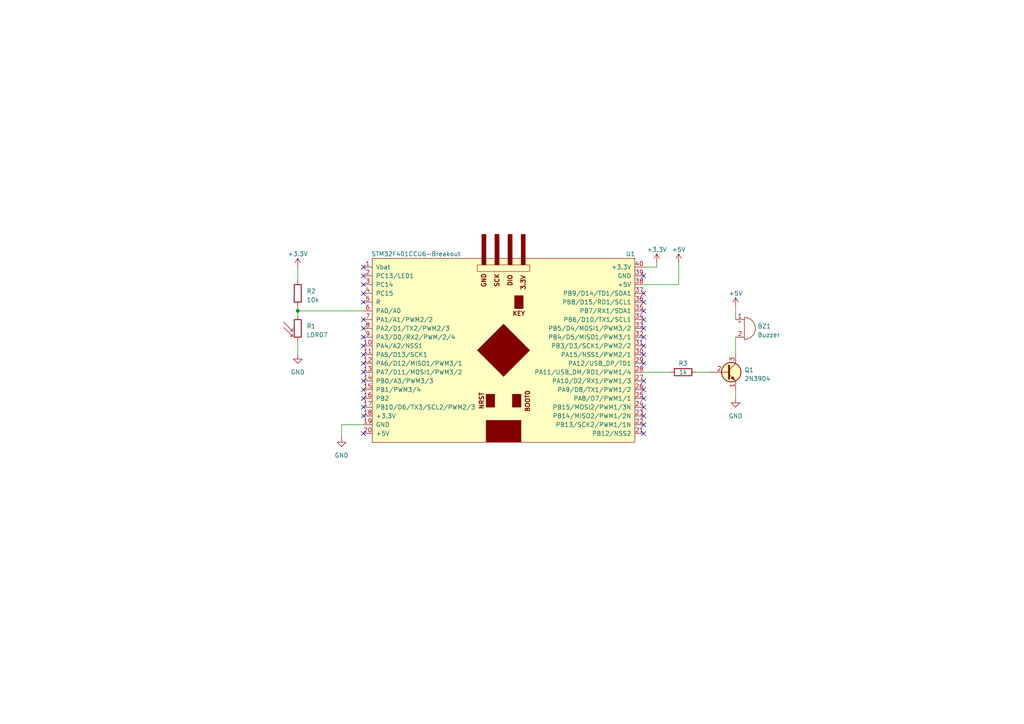
<source format=kicad_sch>
(kicad_sch (version 20230121) (generator eeschema)
  (paper "A4")
  (title_block (title "STM32 - ADC using LDR and Buzzer") (date "2023-02-24") (rev "v1.0") (company "Trion Embedded") (comment 1 "Designer: Bahtiyar Bayram"))
  (lib_symbols
    (symbol "Device:Buzzer" (pin_names (offset 0.0254) hide)
      (property "Reference" "BZ" (at 3.81 1.27 0))
      (property "Value" "Buzzer" (at 3.81 -1.27 0))
      (symbol "Buzzer_0_1"
        (arc (start 0 -3.175) (mid 3.1612 0) (end 0 3.175))
        (polyline (pts (xy -1.651 1.905) (xy -1.143 1.905)))
        (polyline (pts (xy -1.397 2.159) (xy -1.397 1.651)))
        (polyline (pts (xy 0 3.175) (xy 0 -3.175)))
      )
      (symbol "Buzzer_1_1"
        (pin passive line (at -2.54 2.54 0) (length 2.54) (name "-") (number "1"))
        (pin passive line (at -2.54 -2.54 0) (length 2.54) (name "+") (number "2"))
      )
    )
    (symbol "Device:R" (pin_numbers hide) (pin_names (offset 0))
      (property "Reference" "R" (at 2.032 0 90))
      (property "Value" "R" (at 0 0 90))
      (symbol "R_0_1"
        (rectangle (start -1.016 -2.54) (end 1.016 2.54) (stroke (width 0.254)))
      )
      (symbol "R_1_1"
        (pin passive line (at 0 3.81 270) (length 1.27) (name "~") (number "1"))
        (pin passive line (at 0 -3.81 90) (length 1.27) (name "~") (number "2"))
      )
    )
    (symbol "PCM_Transistor_BJT_AKL:2N3904" (pin_names hide)
      (property "Reference" "Q" (at 5.08 1.27 0))
      (property "Value" "2N3904" (at 5.08 -1.27 0))
      (symbol "2N3904_0_1"
        (polyline (pts (xy 0.635 0.635) (xy 2.54 2.54)))
        (polyline (pts (xy 0.635 -0.635) (xy 2.54 -2.54) (xy 2.54 -2.54)))
        (polyline (pts (xy 0.635 1.905) (xy 0.635 -1.905) (xy 0.635 -1.905)) (stroke (width 0.508)))
        (polyline (pts (xy 1.27 -1.778) (xy 1.778 -1.27) (xy 2.286 -2.286) (xy 1.27 -1.778) (xy 1.27 -1.778)) (fill (type outline)))
        (circle (center 1.27 0) (radius 2.8194) (stroke (width 0.254)) (fill (type background)))
      )
      (symbol "2N3904_1_1"
        (pin passive line (at 2.54 -5.08 90) (length 2.54) (name "E") (number "1"))
        (pin passive line (at -5.08 0 0) (length 5.715) (name "B") (number "2"))
        (pin passive line (at 2.54 5.08 270) (length 2.54) (name "C") (number "3"))
      )
    )
    (symbol "Sensor_Optical:LDR07" (pin_numbers hide) (pin_names (offset 0))
      (property "Reference" "R" (at -5.08 0 90))
      (property "Value" "LDR07" (at 1.905 0 90))
      (symbol "LDR07_0_1"
        (rectangle (start -1.016 2.54) (end 1.016 -2.54) (stroke (width 0.254)))
        (polyline (pts (xy -1.524 -2.286) (xy -4.064 0.254)))
        (polyline (pts (xy -1.524 -2.286) (xy -2.286 -2.286)))
        (polyline (pts (xy -1.524 -2.286) (xy -1.524 -1.524)))
        (polyline (pts (xy -1.524 -0.762) (xy -4.064 1.778)))
        (polyline (pts (xy -1.524 -0.762) (xy -2.286 -0.762)))
        (polyline (pts (xy -1.524 -0.762) (xy -1.524 0)))
      )
      (symbol "LDR07_1_1"
        (pin passive line (at 0 3.81 270) (length 1.27) (name "~") (number "1"))
        (pin passive line (at 0 -3.81 90) (length 1.27) (name "~") (number "2"))
      )
    )
    (symbol "Trion_Dev_Board:STM32F401CCU6-Breakout" (pin_names (offset 1.016))
      (property "Reference" "U" (at 36.195 27.94 0))
      (property "Value" "STM32F401CCU6-Breakout" (at -25.4 27.94 0))
      (symbol "STM32F401CCU6-Breakout_0_0"
        (rectangle (start -6.35 24.765) (end -5.08 33.655) (stroke (width 0.0254)) (fill (type outline)))
        (rectangle (start -2.54 24.765) (end -1.27 33.655) (stroke (width 0.0254)) (fill (type outline)))
        (polyline (pts (xy -7.62 24.765) (xy 7.62 24.765) (xy 7.62 22.86) (xy -7.62 22.86) (xy -7.62 24.765)) (stroke (width 0.127)) (fill (type background)))
        (rectangle (start 1.27 24.765) (end 2.54 33.655) (stroke (width 0.0254)) (fill (type outline)))
        (rectangle (start 5.08 24.765) (end 6.35 33.655) (stroke (width 0.0254)) (fill (type outline)))
        (text "3.3V" (at 5.715 19.685 900) (effects (font (size 1.27 1.27) bold)))
        (text "BOOT0" (at 6.985 -14.732 900) (effects (font (size 1.27 1.27) bold)))
        (text "DIO" (at 1.905 20.32 900) (effects (font (size 1.27 1.27) bold)))
        (text "GND" (at -5.715 20.32 900) (effects (font (size 1.27 1.27) bold)))
        (text "NRST" (at -6.35 -14.605 900) (effects (font (size 1.27 1.27) bold)))
        (text "SCK" (at -1.905 20.32 900) (effects (font (size 1.27 1.27) bold)))
      )
      (symbol "STM32F401CCU6-Breakout_0_1"
        (rectangle (start -38.1 26.67) (end 38.1 -26.67) (fill (type background)))
        (rectangle (start -5.08 -12.7) (end -2.54 -16.51) (stroke (width 0.0254)) (fill (type outline)))
        (polyline (pts (xy -7.62 0) (xy 0 7.62) (xy 7.62 0) (xy 0 -7.62) (xy -7.62 0)) (stroke (width 0.1016)) (fill (type outline)))
        (polyline (pts (xy -5.08 -26.67) (xy -5.08 -20.32) (xy 5.08 -20.32) (xy 5.08 -24.13) (xy 5.08 -26.67)) (stroke (width 0.0254)) (fill (type outline)))
        (rectangle (start 2.54 -12.7) (end 5.08 -16.51) (stroke (width 0.0254)) (fill (type outline)))
      )
      (symbol "STM32F401CCU6-Breakout_1_1"
        (rectangle (start 3.175 15.875) (end 5.715 12.065) (stroke (width 0.0254)) (fill (type outline)))
        (text "KEY" (at 4.445 10.668 0) (effects (font (size 1.27 1.27) bold)))
        (pin power_in line (at -40.64 24.13 0) (length 2.54) (name "Vbat") (number "1"))
        (pin bidirectional line (at -40.64 1.27 0) (length 2.54) (name "PA4/A2/NSS1") (number "10"))
        (pin bidirectional line (at -40.64 -1.27 0) (length 2.54) (name "PA5/D13/SCK1") (number "11"))
        (pin bidirectional line (at -40.64 -3.81 0) (length 2.54) (name "PA6/D12/MISO1/PWM3/1") (number "12"))
        (pin bidirectional line (at -40.64 -6.35 0) (length 2.54) (name "PA7/D11/MOSI1/PWM3/2") (number "13"))
        (pin bidirectional line (at -40.64 -8.89 0) (length 2.54) (name "PB0/A3/PWM3/3") (number "14"))
        (pin bidirectional line (at -40.64 -11.43 0) (length 2.54) (name "PB1/PWM3/4") (number "15"))
        (pin bidirectional line (at -40.64 -13.97 0) (length 2.54) (name "PB2") (number "16"))
        (pin bidirectional line (at -40.64 -16.51 0) (length 2.54) (name "PB10/D6/TX3/SCL2/PWM2/3") (number "17"))
        (pin power_in line (at -40.64 -19.05 0) (length 2.54) (name "+3.3V") (number "18"))
        (pin power_in line (at -40.64 -21.59 0) (length 2.54) (name "GND") (number "19"))
        (pin bidirectional line (at -40.64 21.59 0) (length 2.54) (name "PC13/LED1") (number "2"))
        (pin power_in line (at -40.64 -24.13 0) (length 2.54) (name "+5V") (number "20"))
        (pin bidirectional line (at 40.64 -24.13 180) (length 2.54) (name "PB12/NSS2") (number "21"))
        (pin bidirectional line (at 40.64 -21.59 180) (length 2.54) (name "PB13/SCK2/PWM1/1N") (number "22"))
        (pin bidirectional line (at 40.64 -19.05 180) (length 2.54) (name "PB14/MISO2/PWM1/2N") (number "23"))
        (pin bidirectional line (at 40.64 -16.51 180) (length 2.54) (name "PB15/MOSI2/PWM1/3N") (number "24"))
        (pin bidirectional line (at 40.64 -13.97 180) (length 2.54) (name "PA8/D7/PWM1/1") (number "25"))
        (pin bidirectional line (at 40.64 -11.43 180) (length 2.54) (name "PA9/D8/TX1/PWM1/2") (number "26"))
        (pin bidirectional line (at 40.64 -8.89 180) (length 2.54) (name "PA10/D2/RX1/PWM1/3") (number "27"))
        (pin bidirectional line (at 40.64 -6.35 180) (length 2.54) (name "PA11/USB_DM/RD1/PWM1/4") (number "28"))
        (pin bidirectional line (at 40.64 -3.81 180) (length 2.54) (name "PA12/USB_DP/TD1") (number "29"))
        (pin bidirectional line (at -40.64 19.05 0) (length 2.54) (name "PC14") (number "3"))
        (pin bidirectional line (at 40.64 -1.27 180) (length 2.54) (name "PA15/NSS1/PWM2/1") (number "30"))
        (pin bidirectional line (at 40.64 1.27 180) (length 2.54) (name "PB3/D3/SCK1/PWM2/2") (number "31"))
        (pin bidirectional line (at 40.64 3.81 180) (length 2.54) (name "PB4/D5/MISO1/PWM3/1") (number "32"))
        (pin bidirectional line (at 40.64 6.35 180) (length 2.54) (name "PB5/D4/MOSI1/PWM3/2") (number "33"))
        (pin bidirectional line (at 40.64 8.89 180) (length 2.54) (name "PB6/D10/TX1/SCL1") (number "34"))
        (pin bidirectional line (at 40.64 11.43 180) (length 2.54) (name "PB7/RX1/SDA1") (number "35"))
        (pin bidirectional line (at 40.64 13.97 180) (length 2.54) (name "PB8/D15/RD1/SCL1") (number "36"))
        (pin bidirectional line (at 40.64 16.51 180) (length 2.54) (name "PB9/D14/TD1/SDA1") (number "37"))
        (pin power_in line (at 40.64 19.05 180) (length 2.54) (name "+5V") (number "38"))
        (pin power_in line (at 40.64 21.59 180) (length 2.54) (name "GND") (number "39"))
        (pin bidirectional line (at -40.64 16.51 0) (length 2.54) (name "PC15") (number "4"))
        (pin power_in line (at 40.64 24.13 180) (length 2.54) (name "+3.3V") (number "40"))
        (pin input line (at -40.64 13.97 0) (length 2.54) (name "R") (number "5"))
        (pin bidirectional line (at -40.64 11.43 0) (length 2.54) (name "PA0/A0") (number "6"))
        (pin bidirectional line (at -40.64 8.89 0) (length 2.54) (name "PA1/A1/PWM2/2") (number "7"))
        (pin bidirectional line (at -40.64 6.35 0) (length 2.54) (name "PA2/D1/TX2/PWM2/3") (number "8"))
        (pin bidirectional line (at -40.64 3.81 0) (length 2.54) (name "PA3/D0/RX2/PWM/2/4") (number "9"))
      )
    )
    (symbol "power:+3.3V" (power) (pin_names (offset 0))
      (property "Value" "+3.3V" (at 0 3.556 0))
      (symbol "+3.3V_0_1"
        (polyline (pts (xy -0.762 1.27) (xy 0 2.54)))
        (polyline (pts (xy 0 0) (xy 0 2.54)))
        (polyline (pts (xy 0 2.54) (xy 0.762 1.27)))
      )
      (symbol "+3.3V_1_1"
        (pin power_in line (at 0 0 90) (length 0) hide (name "+3.3V") (number "1"))
      )
    )
    (symbol "power:+5V" (power) (pin_names (offset 0))
      (property "Value" "+5V" (at 0 3.556 0))
      (symbol "+5V_0_1"
        (polyline (pts (xy -0.762 1.27) (xy 0 2.54)))
        (polyline (pts (xy 0 0) (xy 0 2.54)))
        (polyline (pts (xy 0 2.54) (xy 0.762 1.27)))
      )
      (symbol "+5V_1_1"
        (pin power_in line (at 0 0 90) (length 0) hide (name "+5V") (number "1"))
      )
    )
    (symbol "power:GND" (power) (pin_names (offset 0))
      (property "Value" "GND" (at 0 -3.81 0))
      (symbol "GND_0_1"
        (polyline (pts (xy 0 0) (xy 0 -1.27) (xy 1.27 -1.27) (xy 0 -2.54) (xy -1.27 -1.27) (xy 0 -1.27)))
      )
      (symbol "GND_1_1"
        (pin power_in line (at 0 0 270) (length 0) hide (name "GND") (number "1"))
      )
    )
  )
  (junction (at 86.36 90.17))
  (no_connect (at 105.41 80.01))
  (no_connect (at 186.69 123.19))
  (no_connect (at 105.41 87.63))
  (no_connect (at 186.69 85.09))
  (no_connect (at 105.41 100.33))
  (no_connect (at 105.41 120.65))
  (no_connect (at 105.41 118.11))
  (no_connect (at 186.69 80.01))
  (no_connect (at 186.69 115.57))
  (no_connect (at 105.41 113.03))
  (no_connect (at 105.41 77.47))
  (no_connect (at 186.69 95.25))
  (no_connect (at 105.41 82.55))
  (no_connect (at 186.69 92.71))
  (no_connect (at 186.69 97.79))
  (no_connect (at 105.41 107.95))
  (no_connect (at 186.69 125.73))
  (no_connect (at 105.41 95.25))
  (no_connect (at 186.69 100.33))
  (no_connect (at 105.41 125.73))
  (no_connect (at 186.69 105.41))
  (no_connect (at 186.69 102.87))
  (no_connect (at 186.69 120.65))
  (no_connect (at 186.69 110.49))
  (no_connect (at 186.69 118.11))
  (no_connect (at 186.69 87.63))
  (no_connect (at 105.41 85.09))
  (no_connect (at 105.41 105.41))
  (no_connect (at 105.41 115.57))
  (no_connect (at 105.41 102.87))
  (no_connect (at 105.41 110.49))
  (no_connect (at 105.41 92.71))
  (no_connect (at 105.41 97.79))
  (no_connect (at 186.69 90.17))
  (no_connect (at 186.69 113.03))
  (wire (pts (xy 105.41 123.19) (xy 99.06 123.19)))
  (wire (pts (xy 86.36 99.06) (xy 86.36 102.87)))
  (wire (pts (xy 186.69 77.47) (xy 190.5 77.47)))
  (wire (pts (xy 213.36 97.79) (xy 213.36 102.87)))
  (wire (pts (xy 86.36 90.17) (xy 86.36 91.44)))
  (wire (pts (xy 213.36 113.03) (xy 213.36 115.57)))
  (wire (pts (xy 213.36 88.9) (xy 213.36 92.71)))
  (wire (pts (xy 186.69 82.55) (xy 196.85 82.55)))
  (wire (pts (xy 190.5 76.2) (xy 190.5 77.47)))
  (wire (pts (xy 201.93 107.95) (xy 205.74 107.95)))
  (wire (pts (xy 99.06 123.19) (xy 99.06 127)))
  (wire (pts (xy 86.36 77.47) (xy 86.36 81.28)))
  (wire (pts (xy 86.36 88.9) (xy 86.36 90.17)))
  (wire (pts (xy 186.69 107.95) (xy 194.31 107.95)))
  (wire (pts (xy 196.85 76.2) (xy 196.85 82.55)))
  (wire (pts (xy 86.36 90.17) (xy 105.41 90.17)))
  (symbol (lib_id "Device:R") (at 86.36 85.09 0) (unit 1)
    (property "Reference" "R2" (at 88.9 84.455 0) (effects (justify left)))
    (property "Value" "10k" (at 88.9 86.995 0) (effects (justify left)))
  )
  (symbol (lib_id "Device:Buzzer") (at 215.9 95.25 0) (unit 1)
    (property "Reference" "BZ1" (at 219.71 94.615 0) (effects (justify left)))
    (property "Value" "Buzzer" (at 219.71 97.155 0) (effects (justify left)))
  )
  (symbol (lib_id "power:+3.3V") (at 190.5 76.2 0) (unit 1)
    (property "Reference" "#PWR06" (effects hide))
    (property "Value" "+3.3V" (at 190.5 72.39 0))
  )
  (symbol (lib_id "power:+5V") (at 196.85 76.2 0) (unit 1)
    (property "Reference" "#PWR05" (effects hide))
    (property "Value" "+5V" (at 196.85 72.39 0))
  )
  (symbol (lib_id "Sensor_Optical:LDR07") (at 86.36 95.25 0) (unit 1)
    (property "Reference" "R1" (at 88.9 94.615 0) (effects (justify left)))
    (property "Value" "LDR07" (at 88.9 97.155 0) (effects (justify left)))
    (property "Footprint" "OptoDevice:R_LDR_5.1x4.3mm_P3.4mm_Vertical" (effects hide))
    (property "Datasheet" "http://www.tme.eu/de/Document/f2e3ad76a925811312d226c31da4cd7e/LDR07.pdf" (effects hide))
  )
  (symbol (lib_id "power:GND") (at 99.06 127 0) (unit 1)
    (property "Reference" "#PWR07" (effects hide))
    (property "Value" "GND" (at 99.06 132.08 0))
  )
  (symbol (lib_id "PCM_Transistor_BJT_AKL:2N3904") (at 210.82 107.95 0) (unit 1)
    (property "Reference" "Q1" (at 215.9 107.315 0) (effects (justify left)))
    (property "Value" "2N3904" (at 215.9 109.855 0) (effects (justify left)))
    (property "Footprint" "Package_TO_SOT_THT_AKL:TO-92_Inline_Wide_EBC" (effects hide))
    (property "Datasheet" "https://www.tme.eu/Document/12bff749841e3a356e683e9a8e7e4119/2N3904BU-DTE.pdf" (effects hide))
  )
  (symbol (lib_id "Device:R") (at 198.12 107.95 90) (unit 1)
    (property "Reference" "R3" (at 198.12 105.41 90))
    (property "Value" "1k" (at 198.12 107.95 90))
  )
  (symbol (lib_id "power:+3.3V") (at 86.36 77.47 0) (unit 1)
    (property "Reference" "#PWR01" (effects hide))
    (property "Value" "+3.3V" (at 86.36 73.66 0))
  )
  (symbol (lib_id "power:+5V") (at 213.36 88.9 0) (unit 1)
    (property "Reference" "#PWR03" (effects hide))
    (property "Value" "+5V" (at 213.36 85.09 0))
  )
  (symbol (lib_id "Trion_Dev_Board:STM32F401CCU6-Breakout") (at 146.05 101.6 0) (unit 1)
    (property "Reference" "U1" (at 182.88 73.66 0))
    (property "Value" "STM32F401CCU6-Breakout" (at 120.65 73.66 0))
    (property "Footprint" "Trion_Module:STM32F401-Black-Pill-USB_C" (effects hide))
  )
  (symbol (lib_id "power:GND") (at 213.36 115.57 0) (unit 1)
    (property "Reference" "#PWR04" (effects hide))
    (property "Value" "GND" (at 213.36 120.65 0))
  )
  (symbol (lib_id "power:GND") (at 86.36 102.87 0) (unit 1)
    (property "Reference" "#PWR02" (effects hide))
    (property "Value" "GND" (at 86.36 107.95 0))
  )
)
</source>
